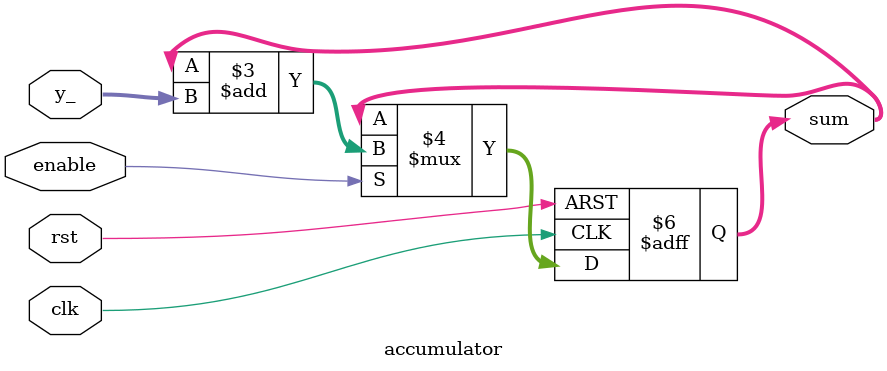
<source format=v>
module accumulator #(
    parameter Nbr = 4
)(
    clk,
    rst,
    enable,
    y_,
    sum
);
    input clk, rst;
    input enable;

    input [(Nbr-1):0] y_;
    output [(2*Nbr-1):0] sum;

    reg [(2*Nbr-1):0] sum;

    always @(posedge clk or negedge rst) begin
        if (!rst) begin
            sum <= 'd0;
        end else begin
            if (enable) begin
                sum <= sum + y_;
            end
        end
    end

endmodule

/*
module accumulator_x2sync #(
    parameter Nbr = 4
)(
    clk,
    rst,
    enable,
    x_square,
    y_,
    sum
);
    input clk, rst;
    input enable;

    input [(2*Nbr-1):0] x_square;
    input [(Nbr-1):0] y_;
    output [(2*Nbr-1):0] sum;
    
    reg [(2*Nbr-1):0] x_square_old;
    reg [(2*Nbr-1):0] y_old;
    reg [(2*Nbr-1):0] sum;

    always @(posedge clk or negedge rst) begin
        if (!rst) begin
            x_square_old <= x_square;
            y_old <= y_;
            sum <= 'd0;
        end else begin
            //if (enable && (x_square_old != x_square)) begin
            if (x_square_old != x_square) begin
                x_square_old <= x_square;
                //sum <= sum + y_;
                sum <= sum + y_old;
                y_old <= y_;
            end
        end
    end

endmodule
*/

</source>
